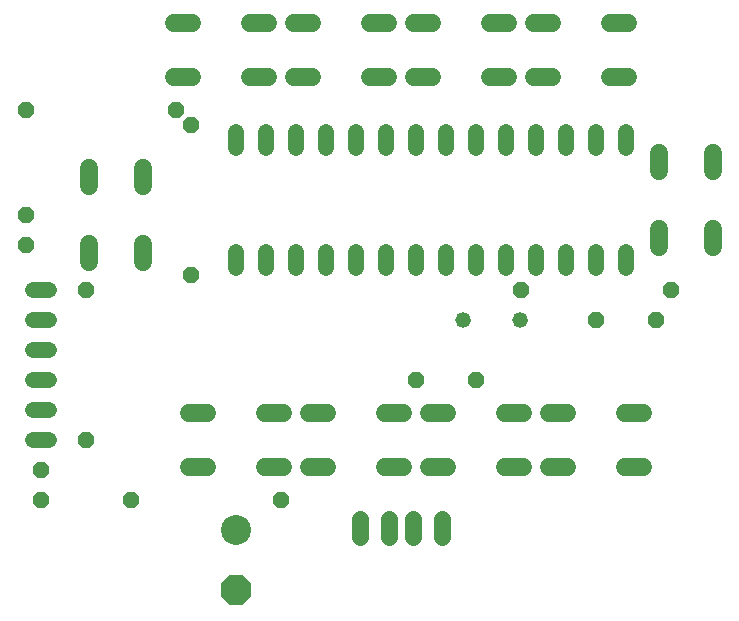
<source format=gtl>
G75*
%MOIN*%
%OFA0B0*%
%FSLAX25Y25*%
%IPPOS*%
%LPD*%
%AMOC8*
5,1,8,0,0,1.08239X$1,22.5*
%
%ADD10OC8,0.05200*%
%ADD11C,0.05200*%
%ADD12C,0.05200*%
%ADD13C,0.06000*%
%ADD14C,0.05740*%
%ADD15C,0.10000*%
%ADD16OC8,0.10000*%
D10*
X0031000Y0061618D03*
X0031000Y0071618D03*
X0046000Y0081618D03*
X0061000Y0061618D03*
X0111000Y0061618D03*
X0156000Y0101618D03*
X0176000Y0101618D03*
X0191000Y0131618D03*
X0216000Y0121618D03*
X0236000Y0121618D03*
X0241000Y0131618D03*
X0081000Y0136618D03*
X0046000Y0131618D03*
X0026000Y0146618D03*
X0026000Y0156618D03*
X0026000Y0191618D03*
X0076000Y0191618D03*
X0081000Y0186618D03*
D11*
X0096000Y0184218D02*
X0096000Y0179018D01*
X0106000Y0179018D02*
X0106000Y0184218D01*
X0116000Y0184218D02*
X0116000Y0179018D01*
X0126000Y0179018D02*
X0126000Y0184218D01*
X0136000Y0184218D02*
X0136000Y0179018D01*
X0146000Y0179018D02*
X0146000Y0184218D01*
X0156000Y0184218D02*
X0156000Y0179018D01*
X0166000Y0179018D02*
X0166000Y0184218D01*
X0176000Y0184218D02*
X0176000Y0179018D01*
X0186000Y0179018D02*
X0186000Y0184218D01*
X0196000Y0184218D02*
X0196000Y0179018D01*
X0206000Y0179018D02*
X0206000Y0184218D01*
X0216000Y0184218D02*
X0216000Y0179018D01*
X0226000Y0179018D02*
X0226000Y0184218D01*
X0226000Y0144218D02*
X0226000Y0139018D01*
X0216000Y0139018D02*
X0216000Y0144218D01*
X0206000Y0144218D02*
X0206000Y0139018D01*
X0196000Y0139018D02*
X0196000Y0144218D01*
X0186000Y0144218D02*
X0186000Y0139018D01*
X0176000Y0139018D02*
X0176000Y0144218D01*
X0166000Y0144218D02*
X0166000Y0139018D01*
X0156000Y0139018D02*
X0156000Y0144218D01*
X0146000Y0144218D02*
X0146000Y0139018D01*
X0136000Y0139018D02*
X0136000Y0144218D01*
X0126000Y0144218D02*
X0126000Y0139018D01*
X0116000Y0139018D02*
X0116000Y0144218D01*
X0106000Y0144218D02*
X0106000Y0139018D01*
X0096000Y0139018D02*
X0096000Y0144218D01*
X0033600Y0131618D02*
X0028400Y0131618D01*
X0028400Y0121618D02*
X0033600Y0121618D01*
X0033600Y0111618D02*
X0028400Y0111618D01*
X0028400Y0101618D02*
X0033600Y0101618D01*
X0033600Y0091618D02*
X0028400Y0091618D01*
X0028400Y0081618D02*
X0033600Y0081618D01*
D12*
X0171500Y0121618D03*
X0190500Y0121618D03*
D13*
X0191800Y0090518D02*
X0185800Y0090518D01*
X0200200Y0090518D02*
X0206200Y0090518D01*
X0225800Y0090518D02*
X0231800Y0090518D01*
X0231800Y0072718D02*
X0225800Y0072718D01*
X0206200Y0072718D02*
X0200200Y0072718D01*
X0191800Y0072718D02*
X0185800Y0072718D01*
X0166200Y0072718D02*
X0160200Y0072718D01*
X0151800Y0072718D02*
X0145800Y0072718D01*
X0126200Y0072718D02*
X0120200Y0072718D01*
X0111800Y0072718D02*
X0105800Y0072718D01*
X0086200Y0072718D02*
X0080200Y0072718D01*
X0080200Y0090518D02*
X0086200Y0090518D01*
X0105800Y0090518D02*
X0111800Y0090518D01*
X0120200Y0090518D02*
X0126200Y0090518D01*
X0145800Y0090518D02*
X0151800Y0090518D01*
X0160200Y0090518D02*
X0166200Y0090518D01*
X0237100Y0145818D02*
X0237100Y0151818D01*
X0254900Y0151818D02*
X0254900Y0145818D01*
X0254900Y0171418D02*
X0254900Y0177418D01*
X0237100Y0177418D02*
X0237100Y0171418D01*
X0226800Y0202718D02*
X0220800Y0202718D01*
X0220800Y0220518D02*
X0226800Y0220518D01*
X0201200Y0220518D02*
X0195200Y0220518D01*
X0186800Y0220518D02*
X0180800Y0220518D01*
X0180800Y0202718D02*
X0186800Y0202718D01*
X0195200Y0202718D02*
X0201200Y0202718D01*
X0161200Y0202718D02*
X0155200Y0202718D01*
X0146800Y0202718D02*
X0140800Y0202718D01*
X0140800Y0220518D02*
X0146800Y0220518D01*
X0155200Y0220518D02*
X0161200Y0220518D01*
X0121200Y0220518D02*
X0115200Y0220518D01*
X0106800Y0220518D02*
X0100800Y0220518D01*
X0100800Y0202718D02*
X0106800Y0202718D01*
X0115200Y0202718D02*
X0121200Y0202718D01*
X0081200Y0202718D02*
X0075200Y0202718D01*
X0075200Y0220518D02*
X0081200Y0220518D01*
X0064900Y0172418D02*
X0064900Y0166418D01*
X0047100Y0166418D02*
X0047100Y0172418D01*
X0047100Y0146818D02*
X0047100Y0140818D01*
X0064900Y0140818D02*
X0064900Y0146818D01*
D14*
X0137220Y0055157D02*
X0137220Y0049417D01*
X0147063Y0049417D02*
X0147063Y0055157D01*
X0154937Y0055157D02*
X0154937Y0049417D01*
X0164780Y0049417D02*
X0164780Y0055157D01*
D15*
X0096000Y0051618D03*
D16*
X0096000Y0031618D03*
M02*

</source>
